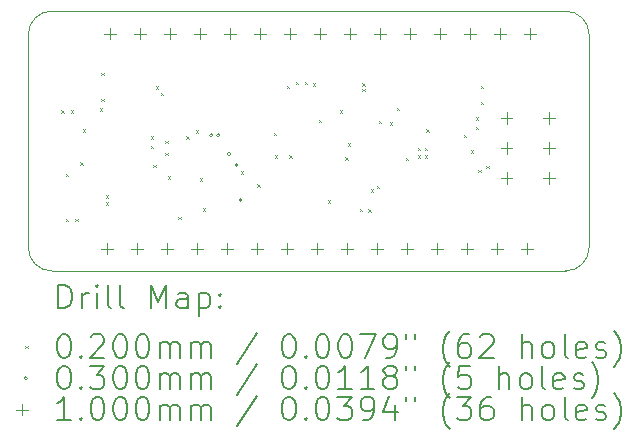
<source format=gbr>
%TF.GenerationSoftware,KiCad,Pcbnew,9.0.2*%
%TF.CreationDate,2025-07-20T14:31:45+05:30*%
%TF.ProjectId,Arduino nano,41726475-696e-46f2-906e-616e6f2e6b69,rev?*%
%TF.SameCoordinates,Original*%
%TF.FileFunction,Drillmap*%
%TF.FilePolarity,Positive*%
%FSLAX45Y45*%
G04 Gerber Fmt 4.5, Leading zero omitted, Abs format (unit mm)*
G04 Created by KiCad (PCBNEW 9.0.2) date 2025-07-20 14:31:45*
%MOMM*%
%LPD*%
G01*
G04 APERTURE LIST*
%ADD10C,0.100000*%
%ADD11C,0.200000*%
G04 APERTURE END LIST*
D10*
X23360000Y-7750000D02*
X23360000Y-7750000D01*
G75*
G02*
X23560000Y-7950000I0J-200000D01*
G01*
X23560000Y-9750000D01*
G75*
G02*
X23360000Y-9950000I-200000J0D01*
G01*
X19010000Y-9950000D01*
G75*
G02*
X18810000Y-9750000I0J200000D01*
G01*
X18810000Y-7950000D01*
G75*
G02*
X19010000Y-7750000I200000J0D01*
G01*
X23360000Y-7750000D01*
D11*
D10*
X19090000Y-8590000D02*
X19110000Y-8610000D01*
X19110000Y-8590000D02*
X19090000Y-8610000D01*
X19130000Y-9130000D02*
X19150000Y-9150000D01*
X19150000Y-9130000D02*
X19130000Y-9150000D01*
X19130000Y-9510000D02*
X19150000Y-9530000D01*
X19150000Y-9510000D02*
X19130000Y-9530000D01*
X19170000Y-8590000D02*
X19190000Y-8610000D01*
X19190000Y-8590000D02*
X19170000Y-8610000D01*
X19210000Y-9510000D02*
X19230000Y-9530000D01*
X19230000Y-9510000D02*
X19210000Y-9530000D01*
X19250000Y-9030000D02*
X19270000Y-9050000D01*
X19270000Y-9030000D02*
X19250000Y-9050000D01*
X19270000Y-8750000D02*
X19290000Y-8770000D01*
X19290000Y-8750000D02*
X19270000Y-8770000D01*
X19419262Y-8572664D02*
X19439262Y-8592664D01*
X19439262Y-8572664D02*
X19419262Y-8592664D01*
X19430000Y-8270000D02*
X19450000Y-8290000D01*
X19450000Y-8270000D02*
X19430000Y-8290000D01*
X19430000Y-8490000D02*
X19450000Y-8510000D01*
X19450000Y-8490000D02*
X19430000Y-8510000D01*
X19470000Y-9310000D02*
X19490000Y-9330000D01*
X19490000Y-9310000D02*
X19470000Y-9330000D01*
X19470000Y-9370000D02*
X19490000Y-9390000D01*
X19490000Y-9370000D02*
X19470000Y-9390000D01*
X19850000Y-8810000D02*
X19870000Y-8830000D01*
X19870000Y-8810000D02*
X19850000Y-8830000D01*
X19850000Y-8890000D02*
X19870000Y-8910000D01*
X19870000Y-8890000D02*
X19850000Y-8910000D01*
X19870000Y-9050000D02*
X19890000Y-9070000D01*
X19890000Y-9050000D02*
X19870000Y-9070000D01*
X19889408Y-8387335D02*
X19909408Y-8407335D01*
X19909408Y-8387335D02*
X19889408Y-8407335D01*
X19932500Y-8442500D02*
X19952500Y-8462500D01*
X19952500Y-8442500D02*
X19932500Y-8462500D01*
X19970000Y-8850000D02*
X19990000Y-8870000D01*
X19990000Y-8850000D02*
X19970000Y-8870000D01*
X19970000Y-8950000D02*
X19990000Y-8970000D01*
X19990000Y-8950000D02*
X19970000Y-8970000D01*
X19990000Y-9147500D02*
X20010000Y-9167500D01*
X20010000Y-9147500D02*
X19990000Y-9167500D01*
X20080000Y-9490000D02*
X20100000Y-9510000D01*
X20100000Y-9490000D02*
X20080000Y-9510000D01*
X20150000Y-8810000D02*
X20170000Y-8830000D01*
X20170000Y-8810000D02*
X20150000Y-8830000D01*
X20230000Y-8760000D02*
X20250000Y-8780000D01*
X20250000Y-8760000D02*
X20230000Y-8780000D01*
X20264000Y-9165500D02*
X20284000Y-9185500D01*
X20284000Y-9165500D02*
X20264000Y-9185500D01*
X20290000Y-9420000D02*
X20310000Y-9440000D01*
X20310000Y-9420000D02*
X20290000Y-9440000D01*
X20609174Y-9105822D02*
X20629174Y-9125822D01*
X20629174Y-9105822D02*
X20609174Y-9125822D01*
X20750000Y-9217500D02*
X20770000Y-9237500D01*
X20770000Y-9217500D02*
X20750000Y-9237500D01*
X20890000Y-8780000D02*
X20910000Y-8800000D01*
X20910000Y-8780000D02*
X20890000Y-8800000D01*
X20900000Y-8970000D02*
X20920000Y-8990000D01*
X20920000Y-8970000D02*
X20900000Y-8990000D01*
X20997400Y-8380000D02*
X21017400Y-8400000D01*
X21017400Y-8380000D02*
X20997400Y-8400000D01*
X21020000Y-8970000D02*
X21040000Y-8990000D01*
X21040000Y-8970000D02*
X21020000Y-8990000D01*
X21077130Y-8348623D02*
X21097130Y-8368623D01*
X21097130Y-8348623D02*
X21077130Y-8368623D01*
X21150000Y-8350000D02*
X21170000Y-8370000D01*
X21170000Y-8350000D02*
X21150000Y-8370000D01*
X21220000Y-8360000D02*
X21240000Y-8380000D01*
X21240000Y-8360000D02*
X21220000Y-8380000D01*
X21270000Y-8670000D02*
X21290000Y-8690000D01*
X21290000Y-8670000D02*
X21270000Y-8690000D01*
X21348100Y-9351985D02*
X21368100Y-9371985D01*
X21368100Y-9351985D02*
X21348100Y-9371985D01*
X21450000Y-8590000D02*
X21470000Y-8610000D01*
X21470000Y-8590000D02*
X21450000Y-8610000D01*
X21494754Y-8989000D02*
X21514754Y-9009000D01*
X21514754Y-8989000D02*
X21494754Y-9009000D01*
X21514500Y-8869746D02*
X21534500Y-8889746D01*
X21534500Y-8869746D02*
X21514500Y-8889746D01*
X21620021Y-9425775D02*
X21640021Y-9445775D01*
X21640021Y-9425775D02*
X21620021Y-9445775D01*
X21640000Y-8360000D02*
X21660000Y-8380000D01*
X21660000Y-8360000D02*
X21640000Y-8380000D01*
X21640000Y-8410000D02*
X21660000Y-8430000D01*
X21660000Y-8410000D02*
X21640000Y-8430000D01*
X21690000Y-9427500D02*
X21710000Y-9447500D01*
X21710000Y-9427500D02*
X21690000Y-9447500D01*
X21710000Y-9260000D02*
X21730000Y-9280000D01*
X21730000Y-9260000D02*
X21710000Y-9280000D01*
X21760000Y-9230000D02*
X21780000Y-9250000D01*
X21780000Y-9230000D02*
X21760000Y-9250000D01*
X21780000Y-8680000D02*
X21800000Y-8700000D01*
X21800000Y-8680000D02*
X21780000Y-8700000D01*
X21870000Y-8690000D02*
X21890000Y-8710000D01*
X21890000Y-8690000D02*
X21870000Y-8710000D01*
X21930000Y-8570000D02*
X21950000Y-8590000D01*
X21950000Y-8570000D02*
X21930000Y-8590000D01*
X22010000Y-8990000D02*
X22030000Y-9010000D01*
X22030000Y-8990000D02*
X22010000Y-9010000D01*
X22110000Y-8910000D02*
X22130000Y-8930000D01*
X22130000Y-8910000D02*
X22110000Y-8930000D01*
X22110000Y-8970000D02*
X22130000Y-8990000D01*
X22130000Y-8970000D02*
X22110000Y-8990000D01*
X22170000Y-8910000D02*
X22190000Y-8930000D01*
X22190000Y-8910000D02*
X22170000Y-8930000D01*
X22170000Y-8970000D02*
X22190000Y-8990000D01*
X22190000Y-8970000D02*
X22170000Y-8990000D01*
X22180000Y-8750000D02*
X22200000Y-8770000D01*
X22200000Y-8750000D02*
X22180000Y-8770000D01*
X22500000Y-8799900D02*
X22520000Y-8819900D01*
X22520000Y-8799900D02*
X22500000Y-8819900D01*
X22560000Y-8930000D02*
X22580000Y-8950000D01*
X22580000Y-8930000D02*
X22560000Y-8950000D01*
X22600000Y-8650000D02*
X22620000Y-8670000D01*
X22620000Y-8650000D02*
X22600000Y-8670000D01*
X22600000Y-8730000D02*
X22620000Y-8750000D01*
X22620000Y-8730000D02*
X22600000Y-8750000D01*
X22620000Y-9094000D02*
X22640000Y-9114000D01*
X22640000Y-9094000D02*
X22620000Y-9114000D01*
X22640000Y-8380000D02*
X22660000Y-8400000D01*
X22660000Y-8380000D02*
X22640000Y-8400000D01*
X22640000Y-8520000D02*
X22660000Y-8540000D01*
X22660000Y-8520000D02*
X22640000Y-8540000D01*
X22690000Y-9060000D02*
X22710000Y-9080000D01*
X22710000Y-9060000D02*
X22690000Y-9080000D01*
X20375000Y-8800000D02*
G75*
G02*
X20345000Y-8800000I-15000J0D01*
G01*
X20345000Y-8800000D02*
G75*
G02*
X20375000Y-8800000I15000J0D01*
G01*
X20435000Y-8800000D02*
G75*
G02*
X20405000Y-8800000I-15000J0D01*
G01*
X20405000Y-8800000D02*
G75*
G02*
X20435000Y-8800000I15000J0D01*
G01*
X20525000Y-8960000D02*
G75*
G02*
X20495000Y-8960000I-15000J0D01*
G01*
X20495000Y-8960000D02*
G75*
G02*
X20525000Y-8960000I15000J0D01*
G01*
X20589403Y-9053636D02*
G75*
G02*
X20559403Y-9053636I-15000J0D01*
G01*
X20559403Y-9053636D02*
G75*
G02*
X20589403Y-9053636I15000J0D01*
G01*
X20623908Y-9348908D02*
G75*
G02*
X20593908Y-9348908I-15000J0D01*
G01*
X20593908Y-9348908D02*
G75*
G02*
X20623908Y-9348908I15000J0D01*
G01*
X19476000Y-9710000D02*
X19476000Y-9810000D01*
X19426000Y-9760000D02*
X19526000Y-9760000D01*
X19500000Y-7890000D02*
X19500000Y-7990000D01*
X19450000Y-7940000D02*
X19550000Y-7940000D01*
X19730000Y-9710000D02*
X19730000Y-9810000D01*
X19680000Y-9760000D02*
X19780000Y-9760000D01*
X19754000Y-7890000D02*
X19754000Y-7990000D01*
X19704000Y-7940000D02*
X19804000Y-7940000D01*
X19984000Y-9710000D02*
X19984000Y-9810000D01*
X19934000Y-9760000D02*
X20034000Y-9760000D01*
X20008000Y-7890000D02*
X20008000Y-7990000D01*
X19958000Y-7940000D02*
X20058000Y-7940000D01*
X20238000Y-9710000D02*
X20238000Y-9810000D01*
X20188000Y-9760000D02*
X20288000Y-9760000D01*
X20262000Y-7890000D02*
X20262000Y-7990000D01*
X20212000Y-7940000D02*
X20312000Y-7940000D01*
X20492000Y-9710000D02*
X20492000Y-9810000D01*
X20442000Y-9760000D02*
X20542000Y-9760000D01*
X20516000Y-7890000D02*
X20516000Y-7990000D01*
X20466000Y-7940000D02*
X20566000Y-7940000D01*
X20746000Y-9710000D02*
X20746000Y-9810000D01*
X20696000Y-9760000D02*
X20796000Y-9760000D01*
X20770000Y-7890000D02*
X20770000Y-7990000D01*
X20720000Y-7940000D02*
X20820000Y-7940000D01*
X21000000Y-9710000D02*
X21000000Y-9810000D01*
X20950000Y-9760000D02*
X21050000Y-9760000D01*
X21024000Y-7890000D02*
X21024000Y-7990000D01*
X20974000Y-7940000D02*
X21074000Y-7940000D01*
X21254000Y-9710000D02*
X21254000Y-9810000D01*
X21204000Y-9760000D02*
X21304000Y-9760000D01*
X21278000Y-7890000D02*
X21278000Y-7990000D01*
X21228000Y-7940000D02*
X21328000Y-7940000D01*
X21508000Y-9710000D02*
X21508000Y-9810000D01*
X21458000Y-9760000D02*
X21558000Y-9760000D01*
X21532000Y-7890000D02*
X21532000Y-7990000D01*
X21482000Y-7940000D02*
X21582000Y-7940000D01*
X21762000Y-9710000D02*
X21762000Y-9810000D01*
X21712000Y-9760000D02*
X21812000Y-9760000D01*
X21786000Y-7890000D02*
X21786000Y-7990000D01*
X21736000Y-7940000D02*
X21836000Y-7940000D01*
X22016000Y-9710000D02*
X22016000Y-9810000D01*
X21966000Y-9760000D02*
X22066000Y-9760000D01*
X22040000Y-7890000D02*
X22040000Y-7990000D01*
X21990000Y-7940000D02*
X22090000Y-7940000D01*
X22270000Y-9710000D02*
X22270000Y-9810000D01*
X22220000Y-9760000D02*
X22320000Y-9760000D01*
X22294000Y-7890000D02*
X22294000Y-7990000D01*
X22244000Y-7940000D02*
X22344000Y-7940000D01*
X22524000Y-9710000D02*
X22524000Y-9810000D01*
X22474000Y-9760000D02*
X22574000Y-9760000D01*
X22548000Y-7890000D02*
X22548000Y-7990000D01*
X22498000Y-7940000D02*
X22598000Y-7940000D01*
X22778000Y-9710000D02*
X22778000Y-9810000D01*
X22728000Y-9760000D02*
X22828000Y-9760000D01*
X22802000Y-7890000D02*
X22802000Y-7990000D01*
X22752000Y-7940000D02*
X22852000Y-7940000D01*
X22860000Y-8606000D02*
X22860000Y-8706000D01*
X22810000Y-8656000D02*
X22910000Y-8656000D01*
X22860000Y-8860000D02*
X22860000Y-8960000D01*
X22810000Y-8910000D02*
X22910000Y-8910000D01*
X22860000Y-9114000D02*
X22860000Y-9214000D01*
X22810000Y-9164000D02*
X22910000Y-9164000D01*
X23032000Y-9710000D02*
X23032000Y-9810000D01*
X22982000Y-9760000D02*
X23082000Y-9760000D01*
X23056000Y-7890000D02*
X23056000Y-7990000D01*
X23006000Y-7940000D02*
X23106000Y-7940000D01*
X23220000Y-8602000D02*
X23220000Y-8702000D01*
X23170000Y-8652000D02*
X23270000Y-8652000D01*
X23220000Y-8856000D02*
X23220000Y-8956000D01*
X23170000Y-8906000D02*
X23270000Y-8906000D01*
X23220000Y-9110000D02*
X23220000Y-9210000D01*
X23170000Y-9160000D02*
X23270000Y-9160000D01*
D11*
X19065777Y-10266484D02*
X19065777Y-10066484D01*
X19065777Y-10066484D02*
X19113396Y-10066484D01*
X19113396Y-10066484D02*
X19141967Y-10076008D01*
X19141967Y-10076008D02*
X19161015Y-10095055D01*
X19161015Y-10095055D02*
X19170539Y-10114103D01*
X19170539Y-10114103D02*
X19180063Y-10152198D01*
X19180063Y-10152198D02*
X19180063Y-10180770D01*
X19180063Y-10180770D02*
X19170539Y-10218865D01*
X19170539Y-10218865D02*
X19161015Y-10237912D01*
X19161015Y-10237912D02*
X19141967Y-10256960D01*
X19141967Y-10256960D02*
X19113396Y-10266484D01*
X19113396Y-10266484D02*
X19065777Y-10266484D01*
X19265777Y-10266484D02*
X19265777Y-10133150D01*
X19265777Y-10171246D02*
X19275301Y-10152198D01*
X19275301Y-10152198D02*
X19284824Y-10142674D01*
X19284824Y-10142674D02*
X19303872Y-10133150D01*
X19303872Y-10133150D02*
X19322920Y-10133150D01*
X19389586Y-10266484D02*
X19389586Y-10133150D01*
X19389586Y-10066484D02*
X19380063Y-10076008D01*
X19380063Y-10076008D02*
X19389586Y-10085531D01*
X19389586Y-10085531D02*
X19399110Y-10076008D01*
X19399110Y-10076008D02*
X19389586Y-10066484D01*
X19389586Y-10066484D02*
X19389586Y-10085531D01*
X19513396Y-10266484D02*
X19494348Y-10256960D01*
X19494348Y-10256960D02*
X19484824Y-10237912D01*
X19484824Y-10237912D02*
X19484824Y-10066484D01*
X19618158Y-10266484D02*
X19599110Y-10256960D01*
X19599110Y-10256960D02*
X19589586Y-10237912D01*
X19589586Y-10237912D02*
X19589586Y-10066484D01*
X19846729Y-10266484D02*
X19846729Y-10066484D01*
X19846729Y-10066484D02*
X19913396Y-10209341D01*
X19913396Y-10209341D02*
X19980063Y-10066484D01*
X19980063Y-10066484D02*
X19980063Y-10266484D01*
X20161015Y-10266484D02*
X20161015Y-10161722D01*
X20161015Y-10161722D02*
X20151491Y-10142674D01*
X20151491Y-10142674D02*
X20132444Y-10133150D01*
X20132444Y-10133150D02*
X20094348Y-10133150D01*
X20094348Y-10133150D02*
X20075301Y-10142674D01*
X20161015Y-10256960D02*
X20141967Y-10266484D01*
X20141967Y-10266484D02*
X20094348Y-10266484D01*
X20094348Y-10266484D02*
X20075301Y-10256960D01*
X20075301Y-10256960D02*
X20065777Y-10237912D01*
X20065777Y-10237912D02*
X20065777Y-10218865D01*
X20065777Y-10218865D02*
X20075301Y-10199817D01*
X20075301Y-10199817D02*
X20094348Y-10190293D01*
X20094348Y-10190293D02*
X20141967Y-10190293D01*
X20141967Y-10190293D02*
X20161015Y-10180770D01*
X20256253Y-10133150D02*
X20256253Y-10333150D01*
X20256253Y-10142674D02*
X20275301Y-10133150D01*
X20275301Y-10133150D02*
X20313396Y-10133150D01*
X20313396Y-10133150D02*
X20332444Y-10142674D01*
X20332444Y-10142674D02*
X20341967Y-10152198D01*
X20341967Y-10152198D02*
X20351491Y-10171246D01*
X20351491Y-10171246D02*
X20351491Y-10228389D01*
X20351491Y-10228389D02*
X20341967Y-10247436D01*
X20341967Y-10247436D02*
X20332444Y-10256960D01*
X20332444Y-10256960D02*
X20313396Y-10266484D01*
X20313396Y-10266484D02*
X20275301Y-10266484D01*
X20275301Y-10266484D02*
X20256253Y-10256960D01*
X20437205Y-10247436D02*
X20446729Y-10256960D01*
X20446729Y-10256960D02*
X20437205Y-10266484D01*
X20437205Y-10266484D02*
X20427682Y-10256960D01*
X20427682Y-10256960D02*
X20437205Y-10247436D01*
X20437205Y-10247436D02*
X20437205Y-10266484D01*
X20437205Y-10142674D02*
X20446729Y-10152198D01*
X20446729Y-10152198D02*
X20437205Y-10161722D01*
X20437205Y-10161722D02*
X20427682Y-10152198D01*
X20427682Y-10152198D02*
X20437205Y-10142674D01*
X20437205Y-10142674D02*
X20437205Y-10161722D01*
D10*
X18785000Y-10585000D02*
X18805000Y-10605000D01*
X18805000Y-10585000D02*
X18785000Y-10605000D01*
D11*
X19103872Y-10486484D02*
X19122920Y-10486484D01*
X19122920Y-10486484D02*
X19141967Y-10496008D01*
X19141967Y-10496008D02*
X19151491Y-10505531D01*
X19151491Y-10505531D02*
X19161015Y-10524579D01*
X19161015Y-10524579D02*
X19170539Y-10562674D01*
X19170539Y-10562674D02*
X19170539Y-10610293D01*
X19170539Y-10610293D02*
X19161015Y-10648389D01*
X19161015Y-10648389D02*
X19151491Y-10667436D01*
X19151491Y-10667436D02*
X19141967Y-10676960D01*
X19141967Y-10676960D02*
X19122920Y-10686484D01*
X19122920Y-10686484D02*
X19103872Y-10686484D01*
X19103872Y-10686484D02*
X19084824Y-10676960D01*
X19084824Y-10676960D02*
X19075301Y-10667436D01*
X19075301Y-10667436D02*
X19065777Y-10648389D01*
X19065777Y-10648389D02*
X19056253Y-10610293D01*
X19056253Y-10610293D02*
X19056253Y-10562674D01*
X19056253Y-10562674D02*
X19065777Y-10524579D01*
X19065777Y-10524579D02*
X19075301Y-10505531D01*
X19075301Y-10505531D02*
X19084824Y-10496008D01*
X19084824Y-10496008D02*
X19103872Y-10486484D01*
X19256253Y-10667436D02*
X19265777Y-10676960D01*
X19265777Y-10676960D02*
X19256253Y-10686484D01*
X19256253Y-10686484D02*
X19246729Y-10676960D01*
X19246729Y-10676960D02*
X19256253Y-10667436D01*
X19256253Y-10667436D02*
X19256253Y-10686484D01*
X19341967Y-10505531D02*
X19351491Y-10496008D01*
X19351491Y-10496008D02*
X19370539Y-10486484D01*
X19370539Y-10486484D02*
X19418158Y-10486484D01*
X19418158Y-10486484D02*
X19437205Y-10496008D01*
X19437205Y-10496008D02*
X19446729Y-10505531D01*
X19446729Y-10505531D02*
X19456253Y-10524579D01*
X19456253Y-10524579D02*
X19456253Y-10543627D01*
X19456253Y-10543627D02*
X19446729Y-10572198D01*
X19446729Y-10572198D02*
X19332444Y-10686484D01*
X19332444Y-10686484D02*
X19456253Y-10686484D01*
X19580063Y-10486484D02*
X19599110Y-10486484D01*
X19599110Y-10486484D02*
X19618158Y-10496008D01*
X19618158Y-10496008D02*
X19627682Y-10505531D01*
X19627682Y-10505531D02*
X19637205Y-10524579D01*
X19637205Y-10524579D02*
X19646729Y-10562674D01*
X19646729Y-10562674D02*
X19646729Y-10610293D01*
X19646729Y-10610293D02*
X19637205Y-10648389D01*
X19637205Y-10648389D02*
X19627682Y-10667436D01*
X19627682Y-10667436D02*
X19618158Y-10676960D01*
X19618158Y-10676960D02*
X19599110Y-10686484D01*
X19599110Y-10686484D02*
X19580063Y-10686484D01*
X19580063Y-10686484D02*
X19561015Y-10676960D01*
X19561015Y-10676960D02*
X19551491Y-10667436D01*
X19551491Y-10667436D02*
X19541967Y-10648389D01*
X19541967Y-10648389D02*
X19532444Y-10610293D01*
X19532444Y-10610293D02*
X19532444Y-10562674D01*
X19532444Y-10562674D02*
X19541967Y-10524579D01*
X19541967Y-10524579D02*
X19551491Y-10505531D01*
X19551491Y-10505531D02*
X19561015Y-10496008D01*
X19561015Y-10496008D02*
X19580063Y-10486484D01*
X19770539Y-10486484D02*
X19789586Y-10486484D01*
X19789586Y-10486484D02*
X19808634Y-10496008D01*
X19808634Y-10496008D02*
X19818158Y-10505531D01*
X19818158Y-10505531D02*
X19827682Y-10524579D01*
X19827682Y-10524579D02*
X19837205Y-10562674D01*
X19837205Y-10562674D02*
X19837205Y-10610293D01*
X19837205Y-10610293D02*
X19827682Y-10648389D01*
X19827682Y-10648389D02*
X19818158Y-10667436D01*
X19818158Y-10667436D02*
X19808634Y-10676960D01*
X19808634Y-10676960D02*
X19789586Y-10686484D01*
X19789586Y-10686484D02*
X19770539Y-10686484D01*
X19770539Y-10686484D02*
X19751491Y-10676960D01*
X19751491Y-10676960D02*
X19741967Y-10667436D01*
X19741967Y-10667436D02*
X19732444Y-10648389D01*
X19732444Y-10648389D02*
X19722920Y-10610293D01*
X19722920Y-10610293D02*
X19722920Y-10562674D01*
X19722920Y-10562674D02*
X19732444Y-10524579D01*
X19732444Y-10524579D02*
X19741967Y-10505531D01*
X19741967Y-10505531D02*
X19751491Y-10496008D01*
X19751491Y-10496008D02*
X19770539Y-10486484D01*
X19922920Y-10686484D02*
X19922920Y-10553150D01*
X19922920Y-10572198D02*
X19932444Y-10562674D01*
X19932444Y-10562674D02*
X19951491Y-10553150D01*
X19951491Y-10553150D02*
X19980063Y-10553150D01*
X19980063Y-10553150D02*
X19999110Y-10562674D01*
X19999110Y-10562674D02*
X20008634Y-10581722D01*
X20008634Y-10581722D02*
X20008634Y-10686484D01*
X20008634Y-10581722D02*
X20018158Y-10562674D01*
X20018158Y-10562674D02*
X20037205Y-10553150D01*
X20037205Y-10553150D02*
X20065777Y-10553150D01*
X20065777Y-10553150D02*
X20084825Y-10562674D01*
X20084825Y-10562674D02*
X20094348Y-10581722D01*
X20094348Y-10581722D02*
X20094348Y-10686484D01*
X20189586Y-10686484D02*
X20189586Y-10553150D01*
X20189586Y-10572198D02*
X20199110Y-10562674D01*
X20199110Y-10562674D02*
X20218158Y-10553150D01*
X20218158Y-10553150D02*
X20246729Y-10553150D01*
X20246729Y-10553150D02*
X20265777Y-10562674D01*
X20265777Y-10562674D02*
X20275301Y-10581722D01*
X20275301Y-10581722D02*
X20275301Y-10686484D01*
X20275301Y-10581722D02*
X20284825Y-10562674D01*
X20284825Y-10562674D02*
X20303872Y-10553150D01*
X20303872Y-10553150D02*
X20332444Y-10553150D01*
X20332444Y-10553150D02*
X20351491Y-10562674D01*
X20351491Y-10562674D02*
X20361015Y-10581722D01*
X20361015Y-10581722D02*
X20361015Y-10686484D01*
X20751491Y-10476960D02*
X20580063Y-10734103D01*
X21008634Y-10486484D02*
X21027682Y-10486484D01*
X21027682Y-10486484D02*
X21046729Y-10496008D01*
X21046729Y-10496008D02*
X21056253Y-10505531D01*
X21056253Y-10505531D02*
X21065777Y-10524579D01*
X21065777Y-10524579D02*
X21075301Y-10562674D01*
X21075301Y-10562674D02*
X21075301Y-10610293D01*
X21075301Y-10610293D02*
X21065777Y-10648389D01*
X21065777Y-10648389D02*
X21056253Y-10667436D01*
X21056253Y-10667436D02*
X21046729Y-10676960D01*
X21046729Y-10676960D02*
X21027682Y-10686484D01*
X21027682Y-10686484D02*
X21008634Y-10686484D01*
X21008634Y-10686484D02*
X20989587Y-10676960D01*
X20989587Y-10676960D02*
X20980063Y-10667436D01*
X20980063Y-10667436D02*
X20970539Y-10648389D01*
X20970539Y-10648389D02*
X20961015Y-10610293D01*
X20961015Y-10610293D02*
X20961015Y-10562674D01*
X20961015Y-10562674D02*
X20970539Y-10524579D01*
X20970539Y-10524579D02*
X20980063Y-10505531D01*
X20980063Y-10505531D02*
X20989587Y-10496008D01*
X20989587Y-10496008D02*
X21008634Y-10486484D01*
X21161015Y-10667436D02*
X21170539Y-10676960D01*
X21170539Y-10676960D02*
X21161015Y-10686484D01*
X21161015Y-10686484D02*
X21151491Y-10676960D01*
X21151491Y-10676960D02*
X21161015Y-10667436D01*
X21161015Y-10667436D02*
X21161015Y-10686484D01*
X21294348Y-10486484D02*
X21313396Y-10486484D01*
X21313396Y-10486484D02*
X21332444Y-10496008D01*
X21332444Y-10496008D02*
X21341968Y-10505531D01*
X21341968Y-10505531D02*
X21351491Y-10524579D01*
X21351491Y-10524579D02*
X21361015Y-10562674D01*
X21361015Y-10562674D02*
X21361015Y-10610293D01*
X21361015Y-10610293D02*
X21351491Y-10648389D01*
X21351491Y-10648389D02*
X21341968Y-10667436D01*
X21341968Y-10667436D02*
X21332444Y-10676960D01*
X21332444Y-10676960D02*
X21313396Y-10686484D01*
X21313396Y-10686484D02*
X21294348Y-10686484D01*
X21294348Y-10686484D02*
X21275301Y-10676960D01*
X21275301Y-10676960D02*
X21265777Y-10667436D01*
X21265777Y-10667436D02*
X21256253Y-10648389D01*
X21256253Y-10648389D02*
X21246729Y-10610293D01*
X21246729Y-10610293D02*
X21246729Y-10562674D01*
X21246729Y-10562674D02*
X21256253Y-10524579D01*
X21256253Y-10524579D02*
X21265777Y-10505531D01*
X21265777Y-10505531D02*
X21275301Y-10496008D01*
X21275301Y-10496008D02*
X21294348Y-10486484D01*
X21484825Y-10486484D02*
X21503872Y-10486484D01*
X21503872Y-10486484D02*
X21522920Y-10496008D01*
X21522920Y-10496008D02*
X21532444Y-10505531D01*
X21532444Y-10505531D02*
X21541968Y-10524579D01*
X21541968Y-10524579D02*
X21551491Y-10562674D01*
X21551491Y-10562674D02*
X21551491Y-10610293D01*
X21551491Y-10610293D02*
X21541968Y-10648389D01*
X21541968Y-10648389D02*
X21532444Y-10667436D01*
X21532444Y-10667436D02*
X21522920Y-10676960D01*
X21522920Y-10676960D02*
X21503872Y-10686484D01*
X21503872Y-10686484D02*
X21484825Y-10686484D01*
X21484825Y-10686484D02*
X21465777Y-10676960D01*
X21465777Y-10676960D02*
X21456253Y-10667436D01*
X21456253Y-10667436D02*
X21446729Y-10648389D01*
X21446729Y-10648389D02*
X21437206Y-10610293D01*
X21437206Y-10610293D02*
X21437206Y-10562674D01*
X21437206Y-10562674D02*
X21446729Y-10524579D01*
X21446729Y-10524579D02*
X21456253Y-10505531D01*
X21456253Y-10505531D02*
X21465777Y-10496008D01*
X21465777Y-10496008D02*
X21484825Y-10486484D01*
X21618158Y-10486484D02*
X21751491Y-10486484D01*
X21751491Y-10486484D02*
X21665777Y-10686484D01*
X21837206Y-10686484D02*
X21875301Y-10686484D01*
X21875301Y-10686484D02*
X21894349Y-10676960D01*
X21894349Y-10676960D02*
X21903872Y-10667436D01*
X21903872Y-10667436D02*
X21922920Y-10638865D01*
X21922920Y-10638865D02*
X21932444Y-10600770D01*
X21932444Y-10600770D02*
X21932444Y-10524579D01*
X21932444Y-10524579D02*
X21922920Y-10505531D01*
X21922920Y-10505531D02*
X21913396Y-10496008D01*
X21913396Y-10496008D02*
X21894349Y-10486484D01*
X21894349Y-10486484D02*
X21856253Y-10486484D01*
X21856253Y-10486484D02*
X21837206Y-10496008D01*
X21837206Y-10496008D02*
X21827682Y-10505531D01*
X21827682Y-10505531D02*
X21818158Y-10524579D01*
X21818158Y-10524579D02*
X21818158Y-10572198D01*
X21818158Y-10572198D02*
X21827682Y-10591246D01*
X21827682Y-10591246D02*
X21837206Y-10600770D01*
X21837206Y-10600770D02*
X21856253Y-10610293D01*
X21856253Y-10610293D02*
X21894349Y-10610293D01*
X21894349Y-10610293D02*
X21913396Y-10600770D01*
X21913396Y-10600770D02*
X21922920Y-10591246D01*
X21922920Y-10591246D02*
X21932444Y-10572198D01*
X22008634Y-10486484D02*
X22008634Y-10524579D01*
X22084825Y-10486484D02*
X22084825Y-10524579D01*
X22380063Y-10762674D02*
X22370539Y-10753150D01*
X22370539Y-10753150D02*
X22351491Y-10724579D01*
X22351491Y-10724579D02*
X22341968Y-10705531D01*
X22341968Y-10705531D02*
X22332444Y-10676960D01*
X22332444Y-10676960D02*
X22322920Y-10629341D01*
X22322920Y-10629341D02*
X22322920Y-10591246D01*
X22322920Y-10591246D02*
X22332444Y-10543627D01*
X22332444Y-10543627D02*
X22341968Y-10515055D01*
X22341968Y-10515055D02*
X22351491Y-10496008D01*
X22351491Y-10496008D02*
X22370539Y-10467436D01*
X22370539Y-10467436D02*
X22380063Y-10457912D01*
X22541968Y-10486484D02*
X22503872Y-10486484D01*
X22503872Y-10486484D02*
X22484825Y-10496008D01*
X22484825Y-10496008D02*
X22475301Y-10505531D01*
X22475301Y-10505531D02*
X22456253Y-10534103D01*
X22456253Y-10534103D02*
X22446729Y-10572198D01*
X22446729Y-10572198D02*
X22446729Y-10648389D01*
X22446729Y-10648389D02*
X22456253Y-10667436D01*
X22456253Y-10667436D02*
X22465777Y-10676960D01*
X22465777Y-10676960D02*
X22484825Y-10686484D01*
X22484825Y-10686484D02*
X22522920Y-10686484D01*
X22522920Y-10686484D02*
X22541968Y-10676960D01*
X22541968Y-10676960D02*
X22551491Y-10667436D01*
X22551491Y-10667436D02*
X22561015Y-10648389D01*
X22561015Y-10648389D02*
X22561015Y-10600770D01*
X22561015Y-10600770D02*
X22551491Y-10581722D01*
X22551491Y-10581722D02*
X22541968Y-10572198D01*
X22541968Y-10572198D02*
X22522920Y-10562674D01*
X22522920Y-10562674D02*
X22484825Y-10562674D01*
X22484825Y-10562674D02*
X22465777Y-10572198D01*
X22465777Y-10572198D02*
X22456253Y-10581722D01*
X22456253Y-10581722D02*
X22446729Y-10600770D01*
X22637206Y-10505531D02*
X22646729Y-10496008D01*
X22646729Y-10496008D02*
X22665777Y-10486484D01*
X22665777Y-10486484D02*
X22713396Y-10486484D01*
X22713396Y-10486484D02*
X22732444Y-10496008D01*
X22732444Y-10496008D02*
X22741968Y-10505531D01*
X22741968Y-10505531D02*
X22751491Y-10524579D01*
X22751491Y-10524579D02*
X22751491Y-10543627D01*
X22751491Y-10543627D02*
X22741968Y-10572198D01*
X22741968Y-10572198D02*
X22627682Y-10686484D01*
X22627682Y-10686484D02*
X22751491Y-10686484D01*
X22989587Y-10686484D02*
X22989587Y-10486484D01*
X23075301Y-10686484D02*
X23075301Y-10581722D01*
X23075301Y-10581722D02*
X23065777Y-10562674D01*
X23065777Y-10562674D02*
X23046730Y-10553150D01*
X23046730Y-10553150D02*
X23018158Y-10553150D01*
X23018158Y-10553150D02*
X22999110Y-10562674D01*
X22999110Y-10562674D02*
X22989587Y-10572198D01*
X23199110Y-10686484D02*
X23180063Y-10676960D01*
X23180063Y-10676960D02*
X23170539Y-10667436D01*
X23170539Y-10667436D02*
X23161015Y-10648389D01*
X23161015Y-10648389D02*
X23161015Y-10591246D01*
X23161015Y-10591246D02*
X23170539Y-10572198D01*
X23170539Y-10572198D02*
X23180063Y-10562674D01*
X23180063Y-10562674D02*
X23199110Y-10553150D01*
X23199110Y-10553150D02*
X23227682Y-10553150D01*
X23227682Y-10553150D02*
X23246730Y-10562674D01*
X23246730Y-10562674D02*
X23256253Y-10572198D01*
X23256253Y-10572198D02*
X23265777Y-10591246D01*
X23265777Y-10591246D02*
X23265777Y-10648389D01*
X23265777Y-10648389D02*
X23256253Y-10667436D01*
X23256253Y-10667436D02*
X23246730Y-10676960D01*
X23246730Y-10676960D02*
X23227682Y-10686484D01*
X23227682Y-10686484D02*
X23199110Y-10686484D01*
X23380063Y-10686484D02*
X23361015Y-10676960D01*
X23361015Y-10676960D02*
X23351491Y-10657912D01*
X23351491Y-10657912D02*
X23351491Y-10486484D01*
X23532444Y-10676960D02*
X23513396Y-10686484D01*
X23513396Y-10686484D02*
X23475301Y-10686484D01*
X23475301Y-10686484D02*
X23456253Y-10676960D01*
X23456253Y-10676960D02*
X23446730Y-10657912D01*
X23446730Y-10657912D02*
X23446730Y-10581722D01*
X23446730Y-10581722D02*
X23456253Y-10562674D01*
X23456253Y-10562674D02*
X23475301Y-10553150D01*
X23475301Y-10553150D02*
X23513396Y-10553150D01*
X23513396Y-10553150D02*
X23532444Y-10562674D01*
X23532444Y-10562674D02*
X23541968Y-10581722D01*
X23541968Y-10581722D02*
X23541968Y-10600770D01*
X23541968Y-10600770D02*
X23446730Y-10619817D01*
X23618158Y-10676960D02*
X23637206Y-10686484D01*
X23637206Y-10686484D02*
X23675301Y-10686484D01*
X23675301Y-10686484D02*
X23694349Y-10676960D01*
X23694349Y-10676960D02*
X23703872Y-10657912D01*
X23703872Y-10657912D02*
X23703872Y-10648389D01*
X23703872Y-10648389D02*
X23694349Y-10629341D01*
X23694349Y-10629341D02*
X23675301Y-10619817D01*
X23675301Y-10619817D02*
X23646730Y-10619817D01*
X23646730Y-10619817D02*
X23627682Y-10610293D01*
X23627682Y-10610293D02*
X23618158Y-10591246D01*
X23618158Y-10591246D02*
X23618158Y-10581722D01*
X23618158Y-10581722D02*
X23627682Y-10562674D01*
X23627682Y-10562674D02*
X23646730Y-10553150D01*
X23646730Y-10553150D02*
X23675301Y-10553150D01*
X23675301Y-10553150D02*
X23694349Y-10562674D01*
X23770539Y-10762674D02*
X23780063Y-10753150D01*
X23780063Y-10753150D02*
X23799111Y-10724579D01*
X23799111Y-10724579D02*
X23808634Y-10705531D01*
X23808634Y-10705531D02*
X23818158Y-10676960D01*
X23818158Y-10676960D02*
X23827682Y-10629341D01*
X23827682Y-10629341D02*
X23827682Y-10591246D01*
X23827682Y-10591246D02*
X23818158Y-10543627D01*
X23818158Y-10543627D02*
X23808634Y-10515055D01*
X23808634Y-10515055D02*
X23799111Y-10496008D01*
X23799111Y-10496008D02*
X23780063Y-10467436D01*
X23780063Y-10467436D02*
X23770539Y-10457912D01*
D10*
X18805000Y-10859000D02*
G75*
G02*
X18775000Y-10859000I-15000J0D01*
G01*
X18775000Y-10859000D02*
G75*
G02*
X18805000Y-10859000I15000J0D01*
G01*
D11*
X19103872Y-10750484D02*
X19122920Y-10750484D01*
X19122920Y-10750484D02*
X19141967Y-10760008D01*
X19141967Y-10760008D02*
X19151491Y-10769531D01*
X19151491Y-10769531D02*
X19161015Y-10788579D01*
X19161015Y-10788579D02*
X19170539Y-10826674D01*
X19170539Y-10826674D02*
X19170539Y-10874293D01*
X19170539Y-10874293D02*
X19161015Y-10912389D01*
X19161015Y-10912389D02*
X19151491Y-10931436D01*
X19151491Y-10931436D02*
X19141967Y-10940960D01*
X19141967Y-10940960D02*
X19122920Y-10950484D01*
X19122920Y-10950484D02*
X19103872Y-10950484D01*
X19103872Y-10950484D02*
X19084824Y-10940960D01*
X19084824Y-10940960D02*
X19075301Y-10931436D01*
X19075301Y-10931436D02*
X19065777Y-10912389D01*
X19065777Y-10912389D02*
X19056253Y-10874293D01*
X19056253Y-10874293D02*
X19056253Y-10826674D01*
X19056253Y-10826674D02*
X19065777Y-10788579D01*
X19065777Y-10788579D02*
X19075301Y-10769531D01*
X19075301Y-10769531D02*
X19084824Y-10760008D01*
X19084824Y-10760008D02*
X19103872Y-10750484D01*
X19256253Y-10931436D02*
X19265777Y-10940960D01*
X19265777Y-10940960D02*
X19256253Y-10950484D01*
X19256253Y-10950484D02*
X19246729Y-10940960D01*
X19246729Y-10940960D02*
X19256253Y-10931436D01*
X19256253Y-10931436D02*
X19256253Y-10950484D01*
X19332444Y-10750484D02*
X19456253Y-10750484D01*
X19456253Y-10750484D02*
X19389586Y-10826674D01*
X19389586Y-10826674D02*
X19418158Y-10826674D01*
X19418158Y-10826674D02*
X19437205Y-10836198D01*
X19437205Y-10836198D02*
X19446729Y-10845722D01*
X19446729Y-10845722D02*
X19456253Y-10864770D01*
X19456253Y-10864770D02*
X19456253Y-10912389D01*
X19456253Y-10912389D02*
X19446729Y-10931436D01*
X19446729Y-10931436D02*
X19437205Y-10940960D01*
X19437205Y-10940960D02*
X19418158Y-10950484D01*
X19418158Y-10950484D02*
X19361015Y-10950484D01*
X19361015Y-10950484D02*
X19341967Y-10940960D01*
X19341967Y-10940960D02*
X19332444Y-10931436D01*
X19580063Y-10750484D02*
X19599110Y-10750484D01*
X19599110Y-10750484D02*
X19618158Y-10760008D01*
X19618158Y-10760008D02*
X19627682Y-10769531D01*
X19627682Y-10769531D02*
X19637205Y-10788579D01*
X19637205Y-10788579D02*
X19646729Y-10826674D01*
X19646729Y-10826674D02*
X19646729Y-10874293D01*
X19646729Y-10874293D02*
X19637205Y-10912389D01*
X19637205Y-10912389D02*
X19627682Y-10931436D01*
X19627682Y-10931436D02*
X19618158Y-10940960D01*
X19618158Y-10940960D02*
X19599110Y-10950484D01*
X19599110Y-10950484D02*
X19580063Y-10950484D01*
X19580063Y-10950484D02*
X19561015Y-10940960D01*
X19561015Y-10940960D02*
X19551491Y-10931436D01*
X19551491Y-10931436D02*
X19541967Y-10912389D01*
X19541967Y-10912389D02*
X19532444Y-10874293D01*
X19532444Y-10874293D02*
X19532444Y-10826674D01*
X19532444Y-10826674D02*
X19541967Y-10788579D01*
X19541967Y-10788579D02*
X19551491Y-10769531D01*
X19551491Y-10769531D02*
X19561015Y-10760008D01*
X19561015Y-10760008D02*
X19580063Y-10750484D01*
X19770539Y-10750484D02*
X19789586Y-10750484D01*
X19789586Y-10750484D02*
X19808634Y-10760008D01*
X19808634Y-10760008D02*
X19818158Y-10769531D01*
X19818158Y-10769531D02*
X19827682Y-10788579D01*
X19827682Y-10788579D02*
X19837205Y-10826674D01*
X19837205Y-10826674D02*
X19837205Y-10874293D01*
X19837205Y-10874293D02*
X19827682Y-10912389D01*
X19827682Y-10912389D02*
X19818158Y-10931436D01*
X19818158Y-10931436D02*
X19808634Y-10940960D01*
X19808634Y-10940960D02*
X19789586Y-10950484D01*
X19789586Y-10950484D02*
X19770539Y-10950484D01*
X19770539Y-10950484D02*
X19751491Y-10940960D01*
X19751491Y-10940960D02*
X19741967Y-10931436D01*
X19741967Y-10931436D02*
X19732444Y-10912389D01*
X19732444Y-10912389D02*
X19722920Y-10874293D01*
X19722920Y-10874293D02*
X19722920Y-10826674D01*
X19722920Y-10826674D02*
X19732444Y-10788579D01*
X19732444Y-10788579D02*
X19741967Y-10769531D01*
X19741967Y-10769531D02*
X19751491Y-10760008D01*
X19751491Y-10760008D02*
X19770539Y-10750484D01*
X19922920Y-10950484D02*
X19922920Y-10817150D01*
X19922920Y-10836198D02*
X19932444Y-10826674D01*
X19932444Y-10826674D02*
X19951491Y-10817150D01*
X19951491Y-10817150D02*
X19980063Y-10817150D01*
X19980063Y-10817150D02*
X19999110Y-10826674D01*
X19999110Y-10826674D02*
X20008634Y-10845722D01*
X20008634Y-10845722D02*
X20008634Y-10950484D01*
X20008634Y-10845722D02*
X20018158Y-10826674D01*
X20018158Y-10826674D02*
X20037205Y-10817150D01*
X20037205Y-10817150D02*
X20065777Y-10817150D01*
X20065777Y-10817150D02*
X20084825Y-10826674D01*
X20084825Y-10826674D02*
X20094348Y-10845722D01*
X20094348Y-10845722D02*
X20094348Y-10950484D01*
X20189586Y-10950484D02*
X20189586Y-10817150D01*
X20189586Y-10836198D02*
X20199110Y-10826674D01*
X20199110Y-10826674D02*
X20218158Y-10817150D01*
X20218158Y-10817150D02*
X20246729Y-10817150D01*
X20246729Y-10817150D02*
X20265777Y-10826674D01*
X20265777Y-10826674D02*
X20275301Y-10845722D01*
X20275301Y-10845722D02*
X20275301Y-10950484D01*
X20275301Y-10845722D02*
X20284825Y-10826674D01*
X20284825Y-10826674D02*
X20303872Y-10817150D01*
X20303872Y-10817150D02*
X20332444Y-10817150D01*
X20332444Y-10817150D02*
X20351491Y-10826674D01*
X20351491Y-10826674D02*
X20361015Y-10845722D01*
X20361015Y-10845722D02*
X20361015Y-10950484D01*
X20751491Y-10740960D02*
X20580063Y-10998103D01*
X21008634Y-10750484D02*
X21027682Y-10750484D01*
X21027682Y-10750484D02*
X21046729Y-10760008D01*
X21046729Y-10760008D02*
X21056253Y-10769531D01*
X21056253Y-10769531D02*
X21065777Y-10788579D01*
X21065777Y-10788579D02*
X21075301Y-10826674D01*
X21075301Y-10826674D02*
X21075301Y-10874293D01*
X21075301Y-10874293D02*
X21065777Y-10912389D01*
X21065777Y-10912389D02*
X21056253Y-10931436D01*
X21056253Y-10931436D02*
X21046729Y-10940960D01*
X21046729Y-10940960D02*
X21027682Y-10950484D01*
X21027682Y-10950484D02*
X21008634Y-10950484D01*
X21008634Y-10950484D02*
X20989587Y-10940960D01*
X20989587Y-10940960D02*
X20980063Y-10931436D01*
X20980063Y-10931436D02*
X20970539Y-10912389D01*
X20970539Y-10912389D02*
X20961015Y-10874293D01*
X20961015Y-10874293D02*
X20961015Y-10826674D01*
X20961015Y-10826674D02*
X20970539Y-10788579D01*
X20970539Y-10788579D02*
X20980063Y-10769531D01*
X20980063Y-10769531D02*
X20989587Y-10760008D01*
X20989587Y-10760008D02*
X21008634Y-10750484D01*
X21161015Y-10931436D02*
X21170539Y-10940960D01*
X21170539Y-10940960D02*
X21161015Y-10950484D01*
X21161015Y-10950484D02*
X21151491Y-10940960D01*
X21151491Y-10940960D02*
X21161015Y-10931436D01*
X21161015Y-10931436D02*
X21161015Y-10950484D01*
X21294348Y-10750484D02*
X21313396Y-10750484D01*
X21313396Y-10750484D02*
X21332444Y-10760008D01*
X21332444Y-10760008D02*
X21341968Y-10769531D01*
X21341968Y-10769531D02*
X21351491Y-10788579D01*
X21351491Y-10788579D02*
X21361015Y-10826674D01*
X21361015Y-10826674D02*
X21361015Y-10874293D01*
X21361015Y-10874293D02*
X21351491Y-10912389D01*
X21351491Y-10912389D02*
X21341968Y-10931436D01*
X21341968Y-10931436D02*
X21332444Y-10940960D01*
X21332444Y-10940960D02*
X21313396Y-10950484D01*
X21313396Y-10950484D02*
X21294348Y-10950484D01*
X21294348Y-10950484D02*
X21275301Y-10940960D01*
X21275301Y-10940960D02*
X21265777Y-10931436D01*
X21265777Y-10931436D02*
X21256253Y-10912389D01*
X21256253Y-10912389D02*
X21246729Y-10874293D01*
X21246729Y-10874293D02*
X21246729Y-10826674D01*
X21246729Y-10826674D02*
X21256253Y-10788579D01*
X21256253Y-10788579D02*
X21265777Y-10769531D01*
X21265777Y-10769531D02*
X21275301Y-10760008D01*
X21275301Y-10760008D02*
X21294348Y-10750484D01*
X21551491Y-10950484D02*
X21437206Y-10950484D01*
X21494348Y-10950484D02*
X21494348Y-10750484D01*
X21494348Y-10750484D02*
X21475301Y-10779055D01*
X21475301Y-10779055D02*
X21456253Y-10798103D01*
X21456253Y-10798103D02*
X21437206Y-10807627D01*
X21741968Y-10950484D02*
X21627682Y-10950484D01*
X21684825Y-10950484D02*
X21684825Y-10750484D01*
X21684825Y-10750484D02*
X21665777Y-10779055D01*
X21665777Y-10779055D02*
X21646729Y-10798103D01*
X21646729Y-10798103D02*
X21627682Y-10807627D01*
X21856253Y-10836198D02*
X21837206Y-10826674D01*
X21837206Y-10826674D02*
X21827682Y-10817150D01*
X21827682Y-10817150D02*
X21818158Y-10798103D01*
X21818158Y-10798103D02*
X21818158Y-10788579D01*
X21818158Y-10788579D02*
X21827682Y-10769531D01*
X21827682Y-10769531D02*
X21837206Y-10760008D01*
X21837206Y-10760008D02*
X21856253Y-10750484D01*
X21856253Y-10750484D02*
X21894349Y-10750484D01*
X21894349Y-10750484D02*
X21913396Y-10760008D01*
X21913396Y-10760008D02*
X21922920Y-10769531D01*
X21922920Y-10769531D02*
X21932444Y-10788579D01*
X21932444Y-10788579D02*
X21932444Y-10798103D01*
X21932444Y-10798103D02*
X21922920Y-10817150D01*
X21922920Y-10817150D02*
X21913396Y-10826674D01*
X21913396Y-10826674D02*
X21894349Y-10836198D01*
X21894349Y-10836198D02*
X21856253Y-10836198D01*
X21856253Y-10836198D02*
X21837206Y-10845722D01*
X21837206Y-10845722D02*
X21827682Y-10855246D01*
X21827682Y-10855246D02*
X21818158Y-10874293D01*
X21818158Y-10874293D02*
X21818158Y-10912389D01*
X21818158Y-10912389D02*
X21827682Y-10931436D01*
X21827682Y-10931436D02*
X21837206Y-10940960D01*
X21837206Y-10940960D02*
X21856253Y-10950484D01*
X21856253Y-10950484D02*
X21894349Y-10950484D01*
X21894349Y-10950484D02*
X21913396Y-10940960D01*
X21913396Y-10940960D02*
X21922920Y-10931436D01*
X21922920Y-10931436D02*
X21932444Y-10912389D01*
X21932444Y-10912389D02*
X21932444Y-10874293D01*
X21932444Y-10874293D02*
X21922920Y-10855246D01*
X21922920Y-10855246D02*
X21913396Y-10845722D01*
X21913396Y-10845722D02*
X21894349Y-10836198D01*
X22008634Y-10750484D02*
X22008634Y-10788579D01*
X22084825Y-10750484D02*
X22084825Y-10788579D01*
X22380063Y-11026674D02*
X22370539Y-11017150D01*
X22370539Y-11017150D02*
X22351491Y-10988579D01*
X22351491Y-10988579D02*
X22341968Y-10969531D01*
X22341968Y-10969531D02*
X22332444Y-10940960D01*
X22332444Y-10940960D02*
X22322920Y-10893341D01*
X22322920Y-10893341D02*
X22322920Y-10855246D01*
X22322920Y-10855246D02*
X22332444Y-10807627D01*
X22332444Y-10807627D02*
X22341968Y-10779055D01*
X22341968Y-10779055D02*
X22351491Y-10760008D01*
X22351491Y-10760008D02*
X22370539Y-10731436D01*
X22370539Y-10731436D02*
X22380063Y-10721912D01*
X22551491Y-10750484D02*
X22456253Y-10750484D01*
X22456253Y-10750484D02*
X22446729Y-10845722D01*
X22446729Y-10845722D02*
X22456253Y-10836198D01*
X22456253Y-10836198D02*
X22475301Y-10826674D01*
X22475301Y-10826674D02*
X22522920Y-10826674D01*
X22522920Y-10826674D02*
X22541968Y-10836198D01*
X22541968Y-10836198D02*
X22551491Y-10845722D01*
X22551491Y-10845722D02*
X22561015Y-10864770D01*
X22561015Y-10864770D02*
X22561015Y-10912389D01*
X22561015Y-10912389D02*
X22551491Y-10931436D01*
X22551491Y-10931436D02*
X22541968Y-10940960D01*
X22541968Y-10940960D02*
X22522920Y-10950484D01*
X22522920Y-10950484D02*
X22475301Y-10950484D01*
X22475301Y-10950484D02*
X22456253Y-10940960D01*
X22456253Y-10940960D02*
X22446729Y-10931436D01*
X22799110Y-10950484D02*
X22799110Y-10750484D01*
X22884825Y-10950484D02*
X22884825Y-10845722D01*
X22884825Y-10845722D02*
X22875301Y-10826674D01*
X22875301Y-10826674D02*
X22856253Y-10817150D01*
X22856253Y-10817150D02*
X22827682Y-10817150D01*
X22827682Y-10817150D02*
X22808634Y-10826674D01*
X22808634Y-10826674D02*
X22799110Y-10836198D01*
X23008634Y-10950484D02*
X22989587Y-10940960D01*
X22989587Y-10940960D02*
X22980063Y-10931436D01*
X22980063Y-10931436D02*
X22970539Y-10912389D01*
X22970539Y-10912389D02*
X22970539Y-10855246D01*
X22970539Y-10855246D02*
X22980063Y-10836198D01*
X22980063Y-10836198D02*
X22989587Y-10826674D01*
X22989587Y-10826674D02*
X23008634Y-10817150D01*
X23008634Y-10817150D02*
X23037206Y-10817150D01*
X23037206Y-10817150D02*
X23056253Y-10826674D01*
X23056253Y-10826674D02*
X23065777Y-10836198D01*
X23065777Y-10836198D02*
X23075301Y-10855246D01*
X23075301Y-10855246D02*
X23075301Y-10912389D01*
X23075301Y-10912389D02*
X23065777Y-10931436D01*
X23065777Y-10931436D02*
X23056253Y-10940960D01*
X23056253Y-10940960D02*
X23037206Y-10950484D01*
X23037206Y-10950484D02*
X23008634Y-10950484D01*
X23189587Y-10950484D02*
X23170539Y-10940960D01*
X23170539Y-10940960D02*
X23161015Y-10921912D01*
X23161015Y-10921912D02*
X23161015Y-10750484D01*
X23341968Y-10940960D02*
X23322920Y-10950484D01*
X23322920Y-10950484D02*
X23284825Y-10950484D01*
X23284825Y-10950484D02*
X23265777Y-10940960D01*
X23265777Y-10940960D02*
X23256253Y-10921912D01*
X23256253Y-10921912D02*
X23256253Y-10845722D01*
X23256253Y-10845722D02*
X23265777Y-10826674D01*
X23265777Y-10826674D02*
X23284825Y-10817150D01*
X23284825Y-10817150D02*
X23322920Y-10817150D01*
X23322920Y-10817150D02*
X23341968Y-10826674D01*
X23341968Y-10826674D02*
X23351491Y-10845722D01*
X23351491Y-10845722D02*
X23351491Y-10864770D01*
X23351491Y-10864770D02*
X23256253Y-10883817D01*
X23427682Y-10940960D02*
X23446730Y-10950484D01*
X23446730Y-10950484D02*
X23484825Y-10950484D01*
X23484825Y-10950484D02*
X23503872Y-10940960D01*
X23503872Y-10940960D02*
X23513396Y-10921912D01*
X23513396Y-10921912D02*
X23513396Y-10912389D01*
X23513396Y-10912389D02*
X23503872Y-10893341D01*
X23503872Y-10893341D02*
X23484825Y-10883817D01*
X23484825Y-10883817D02*
X23456253Y-10883817D01*
X23456253Y-10883817D02*
X23437206Y-10874293D01*
X23437206Y-10874293D02*
X23427682Y-10855246D01*
X23427682Y-10855246D02*
X23427682Y-10845722D01*
X23427682Y-10845722D02*
X23437206Y-10826674D01*
X23437206Y-10826674D02*
X23456253Y-10817150D01*
X23456253Y-10817150D02*
X23484825Y-10817150D01*
X23484825Y-10817150D02*
X23503872Y-10826674D01*
X23580063Y-11026674D02*
X23589587Y-11017150D01*
X23589587Y-11017150D02*
X23608634Y-10988579D01*
X23608634Y-10988579D02*
X23618158Y-10969531D01*
X23618158Y-10969531D02*
X23627682Y-10940960D01*
X23627682Y-10940960D02*
X23637206Y-10893341D01*
X23637206Y-10893341D02*
X23637206Y-10855246D01*
X23637206Y-10855246D02*
X23627682Y-10807627D01*
X23627682Y-10807627D02*
X23618158Y-10779055D01*
X23618158Y-10779055D02*
X23608634Y-10760008D01*
X23608634Y-10760008D02*
X23589587Y-10731436D01*
X23589587Y-10731436D02*
X23580063Y-10721912D01*
D10*
X18755000Y-11073000D02*
X18755000Y-11173000D01*
X18705000Y-11123000D02*
X18805000Y-11123000D01*
D11*
X19170539Y-11214484D02*
X19056253Y-11214484D01*
X19113396Y-11214484D02*
X19113396Y-11014484D01*
X19113396Y-11014484D02*
X19094348Y-11043055D01*
X19094348Y-11043055D02*
X19075301Y-11062103D01*
X19075301Y-11062103D02*
X19056253Y-11071627D01*
X19256253Y-11195436D02*
X19265777Y-11204960D01*
X19265777Y-11204960D02*
X19256253Y-11214484D01*
X19256253Y-11214484D02*
X19246729Y-11204960D01*
X19246729Y-11204960D02*
X19256253Y-11195436D01*
X19256253Y-11195436D02*
X19256253Y-11214484D01*
X19389586Y-11014484D02*
X19408634Y-11014484D01*
X19408634Y-11014484D02*
X19427682Y-11024008D01*
X19427682Y-11024008D02*
X19437205Y-11033531D01*
X19437205Y-11033531D02*
X19446729Y-11052579D01*
X19446729Y-11052579D02*
X19456253Y-11090674D01*
X19456253Y-11090674D02*
X19456253Y-11138293D01*
X19456253Y-11138293D02*
X19446729Y-11176389D01*
X19446729Y-11176389D02*
X19437205Y-11195436D01*
X19437205Y-11195436D02*
X19427682Y-11204960D01*
X19427682Y-11204960D02*
X19408634Y-11214484D01*
X19408634Y-11214484D02*
X19389586Y-11214484D01*
X19389586Y-11214484D02*
X19370539Y-11204960D01*
X19370539Y-11204960D02*
X19361015Y-11195436D01*
X19361015Y-11195436D02*
X19351491Y-11176389D01*
X19351491Y-11176389D02*
X19341967Y-11138293D01*
X19341967Y-11138293D02*
X19341967Y-11090674D01*
X19341967Y-11090674D02*
X19351491Y-11052579D01*
X19351491Y-11052579D02*
X19361015Y-11033531D01*
X19361015Y-11033531D02*
X19370539Y-11024008D01*
X19370539Y-11024008D02*
X19389586Y-11014484D01*
X19580063Y-11014484D02*
X19599110Y-11014484D01*
X19599110Y-11014484D02*
X19618158Y-11024008D01*
X19618158Y-11024008D02*
X19627682Y-11033531D01*
X19627682Y-11033531D02*
X19637205Y-11052579D01*
X19637205Y-11052579D02*
X19646729Y-11090674D01*
X19646729Y-11090674D02*
X19646729Y-11138293D01*
X19646729Y-11138293D02*
X19637205Y-11176389D01*
X19637205Y-11176389D02*
X19627682Y-11195436D01*
X19627682Y-11195436D02*
X19618158Y-11204960D01*
X19618158Y-11204960D02*
X19599110Y-11214484D01*
X19599110Y-11214484D02*
X19580063Y-11214484D01*
X19580063Y-11214484D02*
X19561015Y-11204960D01*
X19561015Y-11204960D02*
X19551491Y-11195436D01*
X19551491Y-11195436D02*
X19541967Y-11176389D01*
X19541967Y-11176389D02*
X19532444Y-11138293D01*
X19532444Y-11138293D02*
X19532444Y-11090674D01*
X19532444Y-11090674D02*
X19541967Y-11052579D01*
X19541967Y-11052579D02*
X19551491Y-11033531D01*
X19551491Y-11033531D02*
X19561015Y-11024008D01*
X19561015Y-11024008D02*
X19580063Y-11014484D01*
X19770539Y-11014484D02*
X19789586Y-11014484D01*
X19789586Y-11014484D02*
X19808634Y-11024008D01*
X19808634Y-11024008D02*
X19818158Y-11033531D01*
X19818158Y-11033531D02*
X19827682Y-11052579D01*
X19827682Y-11052579D02*
X19837205Y-11090674D01*
X19837205Y-11090674D02*
X19837205Y-11138293D01*
X19837205Y-11138293D02*
X19827682Y-11176389D01*
X19827682Y-11176389D02*
X19818158Y-11195436D01*
X19818158Y-11195436D02*
X19808634Y-11204960D01*
X19808634Y-11204960D02*
X19789586Y-11214484D01*
X19789586Y-11214484D02*
X19770539Y-11214484D01*
X19770539Y-11214484D02*
X19751491Y-11204960D01*
X19751491Y-11204960D02*
X19741967Y-11195436D01*
X19741967Y-11195436D02*
X19732444Y-11176389D01*
X19732444Y-11176389D02*
X19722920Y-11138293D01*
X19722920Y-11138293D02*
X19722920Y-11090674D01*
X19722920Y-11090674D02*
X19732444Y-11052579D01*
X19732444Y-11052579D02*
X19741967Y-11033531D01*
X19741967Y-11033531D02*
X19751491Y-11024008D01*
X19751491Y-11024008D02*
X19770539Y-11014484D01*
X19922920Y-11214484D02*
X19922920Y-11081150D01*
X19922920Y-11100198D02*
X19932444Y-11090674D01*
X19932444Y-11090674D02*
X19951491Y-11081150D01*
X19951491Y-11081150D02*
X19980063Y-11081150D01*
X19980063Y-11081150D02*
X19999110Y-11090674D01*
X19999110Y-11090674D02*
X20008634Y-11109722D01*
X20008634Y-11109722D02*
X20008634Y-11214484D01*
X20008634Y-11109722D02*
X20018158Y-11090674D01*
X20018158Y-11090674D02*
X20037205Y-11081150D01*
X20037205Y-11081150D02*
X20065777Y-11081150D01*
X20065777Y-11081150D02*
X20084825Y-11090674D01*
X20084825Y-11090674D02*
X20094348Y-11109722D01*
X20094348Y-11109722D02*
X20094348Y-11214484D01*
X20189586Y-11214484D02*
X20189586Y-11081150D01*
X20189586Y-11100198D02*
X20199110Y-11090674D01*
X20199110Y-11090674D02*
X20218158Y-11081150D01*
X20218158Y-11081150D02*
X20246729Y-11081150D01*
X20246729Y-11081150D02*
X20265777Y-11090674D01*
X20265777Y-11090674D02*
X20275301Y-11109722D01*
X20275301Y-11109722D02*
X20275301Y-11214484D01*
X20275301Y-11109722D02*
X20284825Y-11090674D01*
X20284825Y-11090674D02*
X20303872Y-11081150D01*
X20303872Y-11081150D02*
X20332444Y-11081150D01*
X20332444Y-11081150D02*
X20351491Y-11090674D01*
X20351491Y-11090674D02*
X20361015Y-11109722D01*
X20361015Y-11109722D02*
X20361015Y-11214484D01*
X20751491Y-11004960D02*
X20580063Y-11262103D01*
X21008634Y-11014484D02*
X21027682Y-11014484D01*
X21027682Y-11014484D02*
X21046729Y-11024008D01*
X21046729Y-11024008D02*
X21056253Y-11033531D01*
X21056253Y-11033531D02*
X21065777Y-11052579D01*
X21065777Y-11052579D02*
X21075301Y-11090674D01*
X21075301Y-11090674D02*
X21075301Y-11138293D01*
X21075301Y-11138293D02*
X21065777Y-11176389D01*
X21065777Y-11176389D02*
X21056253Y-11195436D01*
X21056253Y-11195436D02*
X21046729Y-11204960D01*
X21046729Y-11204960D02*
X21027682Y-11214484D01*
X21027682Y-11214484D02*
X21008634Y-11214484D01*
X21008634Y-11214484D02*
X20989587Y-11204960D01*
X20989587Y-11204960D02*
X20980063Y-11195436D01*
X20980063Y-11195436D02*
X20970539Y-11176389D01*
X20970539Y-11176389D02*
X20961015Y-11138293D01*
X20961015Y-11138293D02*
X20961015Y-11090674D01*
X20961015Y-11090674D02*
X20970539Y-11052579D01*
X20970539Y-11052579D02*
X20980063Y-11033531D01*
X20980063Y-11033531D02*
X20989587Y-11024008D01*
X20989587Y-11024008D02*
X21008634Y-11014484D01*
X21161015Y-11195436D02*
X21170539Y-11204960D01*
X21170539Y-11204960D02*
X21161015Y-11214484D01*
X21161015Y-11214484D02*
X21151491Y-11204960D01*
X21151491Y-11204960D02*
X21161015Y-11195436D01*
X21161015Y-11195436D02*
X21161015Y-11214484D01*
X21294348Y-11014484D02*
X21313396Y-11014484D01*
X21313396Y-11014484D02*
X21332444Y-11024008D01*
X21332444Y-11024008D02*
X21341968Y-11033531D01*
X21341968Y-11033531D02*
X21351491Y-11052579D01*
X21351491Y-11052579D02*
X21361015Y-11090674D01*
X21361015Y-11090674D02*
X21361015Y-11138293D01*
X21361015Y-11138293D02*
X21351491Y-11176389D01*
X21351491Y-11176389D02*
X21341968Y-11195436D01*
X21341968Y-11195436D02*
X21332444Y-11204960D01*
X21332444Y-11204960D02*
X21313396Y-11214484D01*
X21313396Y-11214484D02*
X21294348Y-11214484D01*
X21294348Y-11214484D02*
X21275301Y-11204960D01*
X21275301Y-11204960D02*
X21265777Y-11195436D01*
X21265777Y-11195436D02*
X21256253Y-11176389D01*
X21256253Y-11176389D02*
X21246729Y-11138293D01*
X21246729Y-11138293D02*
X21246729Y-11090674D01*
X21246729Y-11090674D02*
X21256253Y-11052579D01*
X21256253Y-11052579D02*
X21265777Y-11033531D01*
X21265777Y-11033531D02*
X21275301Y-11024008D01*
X21275301Y-11024008D02*
X21294348Y-11014484D01*
X21427682Y-11014484D02*
X21551491Y-11014484D01*
X21551491Y-11014484D02*
X21484825Y-11090674D01*
X21484825Y-11090674D02*
X21513396Y-11090674D01*
X21513396Y-11090674D02*
X21532444Y-11100198D01*
X21532444Y-11100198D02*
X21541968Y-11109722D01*
X21541968Y-11109722D02*
X21551491Y-11128770D01*
X21551491Y-11128770D02*
X21551491Y-11176389D01*
X21551491Y-11176389D02*
X21541968Y-11195436D01*
X21541968Y-11195436D02*
X21532444Y-11204960D01*
X21532444Y-11204960D02*
X21513396Y-11214484D01*
X21513396Y-11214484D02*
X21456253Y-11214484D01*
X21456253Y-11214484D02*
X21437206Y-11204960D01*
X21437206Y-11204960D02*
X21427682Y-11195436D01*
X21646729Y-11214484D02*
X21684825Y-11214484D01*
X21684825Y-11214484D02*
X21703872Y-11204960D01*
X21703872Y-11204960D02*
X21713396Y-11195436D01*
X21713396Y-11195436D02*
X21732444Y-11166865D01*
X21732444Y-11166865D02*
X21741968Y-11128770D01*
X21741968Y-11128770D02*
X21741968Y-11052579D01*
X21741968Y-11052579D02*
X21732444Y-11033531D01*
X21732444Y-11033531D02*
X21722920Y-11024008D01*
X21722920Y-11024008D02*
X21703872Y-11014484D01*
X21703872Y-11014484D02*
X21665777Y-11014484D01*
X21665777Y-11014484D02*
X21646729Y-11024008D01*
X21646729Y-11024008D02*
X21637206Y-11033531D01*
X21637206Y-11033531D02*
X21627682Y-11052579D01*
X21627682Y-11052579D02*
X21627682Y-11100198D01*
X21627682Y-11100198D02*
X21637206Y-11119246D01*
X21637206Y-11119246D02*
X21646729Y-11128770D01*
X21646729Y-11128770D02*
X21665777Y-11138293D01*
X21665777Y-11138293D02*
X21703872Y-11138293D01*
X21703872Y-11138293D02*
X21722920Y-11128770D01*
X21722920Y-11128770D02*
X21732444Y-11119246D01*
X21732444Y-11119246D02*
X21741968Y-11100198D01*
X21913396Y-11081150D02*
X21913396Y-11214484D01*
X21865777Y-11004960D02*
X21818158Y-11147817D01*
X21818158Y-11147817D02*
X21941968Y-11147817D01*
X22008634Y-11014484D02*
X22008634Y-11052579D01*
X22084825Y-11014484D02*
X22084825Y-11052579D01*
X22380063Y-11290674D02*
X22370539Y-11281150D01*
X22370539Y-11281150D02*
X22351491Y-11252579D01*
X22351491Y-11252579D02*
X22341968Y-11233531D01*
X22341968Y-11233531D02*
X22332444Y-11204960D01*
X22332444Y-11204960D02*
X22322920Y-11157341D01*
X22322920Y-11157341D02*
X22322920Y-11119246D01*
X22322920Y-11119246D02*
X22332444Y-11071627D01*
X22332444Y-11071627D02*
X22341968Y-11043055D01*
X22341968Y-11043055D02*
X22351491Y-11024008D01*
X22351491Y-11024008D02*
X22370539Y-10995436D01*
X22370539Y-10995436D02*
X22380063Y-10985912D01*
X22437206Y-11014484D02*
X22561015Y-11014484D01*
X22561015Y-11014484D02*
X22494348Y-11090674D01*
X22494348Y-11090674D02*
X22522920Y-11090674D01*
X22522920Y-11090674D02*
X22541968Y-11100198D01*
X22541968Y-11100198D02*
X22551491Y-11109722D01*
X22551491Y-11109722D02*
X22561015Y-11128770D01*
X22561015Y-11128770D02*
X22561015Y-11176389D01*
X22561015Y-11176389D02*
X22551491Y-11195436D01*
X22551491Y-11195436D02*
X22541968Y-11204960D01*
X22541968Y-11204960D02*
X22522920Y-11214484D01*
X22522920Y-11214484D02*
X22465777Y-11214484D01*
X22465777Y-11214484D02*
X22446729Y-11204960D01*
X22446729Y-11204960D02*
X22437206Y-11195436D01*
X22732444Y-11014484D02*
X22694348Y-11014484D01*
X22694348Y-11014484D02*
X22675301Y-11024008D01*
X22675301Y-11024008D02*
X22665777Y-11033531D01*
X22665777Y-11033531D02*
X22646729Y-11062103D01*
X22646729Y-11062103D02*
X22637206Y-11100198D01*
X22637206Y-11100198D02*
X22637206Y-11176389D01*
X22637206Y-11176389D02*
X22646729Y-11195436D01*
X22646729Y-11195436D02*
X22656253Y-11204960D01*
X22656253Y-11204960D02*
X22675301Y-11214484D01*
X22675301Y-11214484D02*
X22713396Y-11214484D01*
X22713396Y-11214484D02*
X22732444Y-11204960D01*
X22732444Y-11204960D02*
X22741968Y-11195436D01*
X22741968Y-11195436D02*
X22751491Y-11176389D01*
X22751491Y-11176389D02*
X22751491Y-11128770D01*
X22751491Y-11128770D02*
X22741968Y-11109722D01*
X22741968Y-11109722D02*
X22732444Y-11100198D01*
X22732444Y-11100198D02*
X22713396Y-11090674D01*
X22713396Y-11090674D02*
X22675301Y-11090674D01*
X22675301Y-11090674D02*
X22656253Y-11100198D01*
X22656253Y-11100198D02*
X22646729Y-11109722D01*
X22646729Y-11109722D02*
X22637206Y-11128770D01*
X22989587Y-11214484D02*
X22989587Y-11014484D01*
X23075301Y-11214484D02*
X23075301Y-11109722D01*
X23075301Y-11109722D02*
X23065777Y-11090674D01*
X23065777Y-11090674D02*
X23046730Y-11081150D01*
X23046730Y-11081150D02*
X23018158Y-11081150D01*
X23018158Y-11081150D02*
X22999110Y-11090674D01*
X22999110Y-11090674D02*
X22989587Y-11100198D01*
X23199110Y-11214484D02*
X23180063Y-11204960D01*
X23180063Y-11204960D02*
X23170539Y-11195436D01*
X23170539Y-11195436D02*
X23161015Y-11176389D01*
X23161015Y-11176389D02*
X23161015Y-11119246D01*
X23161015Y-11119246D02*
X23170539Y-11100198D01*
X23170539Y-11100198D02*
X23180063Y-11090674D01*
X23180063Y-11090674D02*
X23199110Y-11081150D01*
X23199110Y-11081150D02*
X23227682Y-11081150D01*
X23227682Y-11081150D02*
X23246730Y-11090674D01*
X23246730Y-11090674D02*
X23256253Y-11100198D01*
X23256253Y-11100198D02*
X23265777Y-11119246D01*
X23265777Y-11119246D02*
X23265777Y-11176389D01*
X23265777Y-11176389D02*
X23256253Y-11195436D01*
X23256253Y-11195436D02*
X23246730Y-11204960D01*
X23246730Y-11204960D02*
X23227682Y-11214484D01*
X23227682Y-11214484D02*
X23199110Y-11214484D01*
X23380063Y-11214484D02*
X23361015Y-11204960D01*
X23361015Y-11204960D02*
X23351491Y-11185912D01*
X23351491Y-11185912D02*
X23351491Y-11014484D01*
X23532444Y-11204960D02*
X23513396Y-11214484D01*
X23513396Y-11214484D02*
X23475301Y-11214484D01*
X23475301Y-11214484D02*
X23456253Y-11204960D01*
X23456253Y-11204960D02*
X23446730Y-11185912D01*
X23446730Y-11185912D02*
X23446730Y-11109722D01*
X23446730Y-11109722D02*
X23456253Y-11090674D01*
X23456253Y-11090674D02*
X23475301Y-11081150D01*
X23475301Y-11081150D02*
X23513396Y-11081150D01*
X23513396Y-11081150D02*
X23532444Y-11090674D01*
X23532444Y-11090674D02*
X23541968Y-11109722D01*
X23541968Y-11109722D02*
X23541968Y-11128770D01*
X23541968Y-11128770D02*
X23446730Y-11147817D01*
X23618158Y-11204960D02*
X23637206Y-11214484D01*
X23637206Y-11214484D02*
X23675301Y-11214484D01*
X23675301Y-11214484D02*
X23694349Y-11204960D01*
X23694349Y-11204960D02*
X23703872Y-11185912D01*
X23703872Y-11185912D02*
X23703872Y-11176389D01*
X23703872Y-11176389D02*
X23694349Y-11157341D01*
X23694349Y-11157341D02*
X23675301Y-11147817D01*
X23675301Y-11147817D02*
X23646730Y-11147817D01*
X23646730Y-11147817D02*
X23627682Y-11138293D01*
X23627682Y-11138293D02*
X23618158Y-11119246D01*
X23618158Y-11119246D02*
X23618158Y-11109722D01*
X23618158Y-11109722D02*
X23627682Y-11090674D01*
X23627682Y-11090674D02*
X23646730Y-11081150D01*
X23646730Y-11081150D02*
X23675301Y-11081150D01*
X23675301Y-11081150D02*
X23694349Y-11090674D01*
X23770539Y-11290674D02*
X23780063Y-11281150D01*
X23780063Y-11281150D02*
X23799111Y-11252579D01*
X23799111Y-11252579D02*
X23808634Y-11233531D01*
X23808634Y-11233531D02*
X23818158Y-11204960D01*
X23818158Y-11204960D02*
X23827682Y-11157341D01*
X23827682Y-11157341D02*
X23827682Y-11119246D01*
X23827682Y-11119246D02*
X23818158Y-11071627D01*
X23818158Y-11071627D02*
X23808634Y-11043055D01*
X23808634Y-11043055D02*
X23799111Y-11024008D01*
X23799111Y-11024008D02*
X23780063Y-10995436D01*
X23780063Y-10995436D02*
X23770539Y-10985912D01*
M02*

</source>
